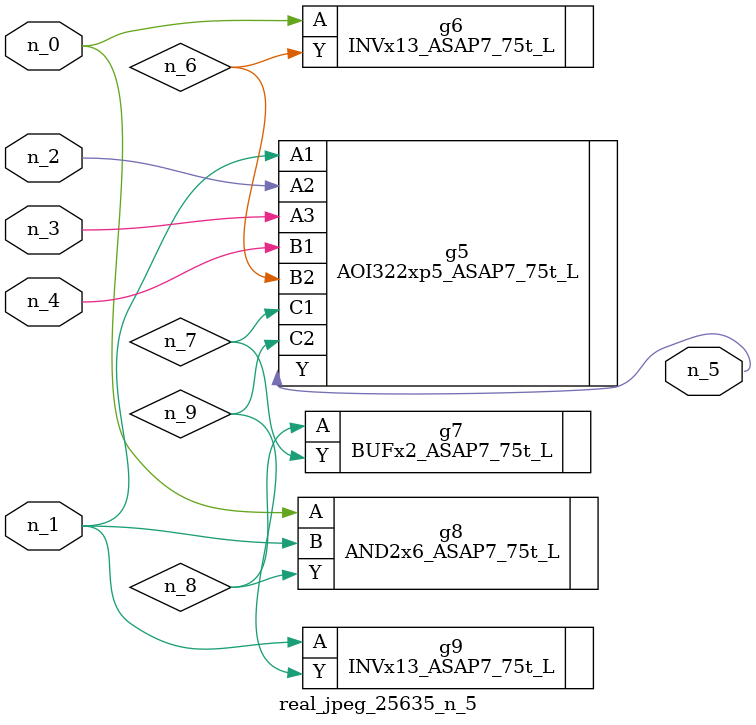
<source format=v>
module real_jpeg_25635_n_5 (n_4, n_0, n_1, n_2, n_3, n_5);

input n_4;
input n_0;
input n_1;
input n_2;
input n_3;

output n_5;

wire n_8;
wire n_6;
wire n_7;
wire n_9;

INVx13_ASAP7_75t_L g6 ( 
.A(n_0),
.Y(n_6)
);

AND2x6_ASAP7_75t_L g8 ( 
.A(n_0),
.B(n_1),
.Y(n_8)
);

AOI322xp5_ASAP7_75t_L g5 ( 
.A1(n_1),
.A2(n_2),
.A3(n_3),
.B1(n_4),
.B2(n_6),
.C1(n_7),
.C2(n_9),
.Y(n_5)
);

INVx13_ASAP7_75t_L g9 ( 
.A(n_1),
.Y(n_9)
);

BUFx2_ASAP7_75t_L g7 ( 
.A(n_8),
.Y(n_7)
);


endmodule
</source>
